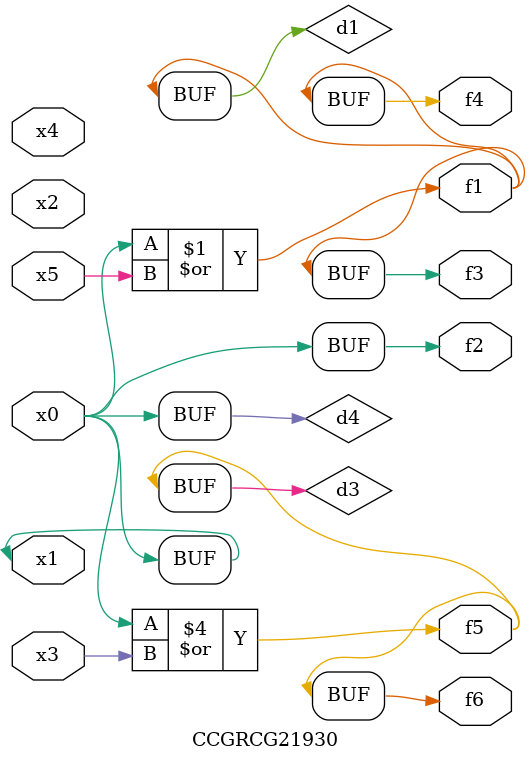
<source format=v>
module CCGRCG21930(
	input x0, x1, x2, x3, x4, x5,
	output f1, f2, f3, f4, f5, f6
);

	wire d1, d2, d3, d4;

	or (d1, x0, x5);
	xnor (d2, x1, x4);
	or (d3, x0, x3);
	buf (d4, x0, x1);
	assign f1 = d1;
	assign f2 = d4;
	assign f3 = d1;
	assign f4 = d1;
	assign f5 = d3;
	assign f6 = d3;
endmodule

</source>
